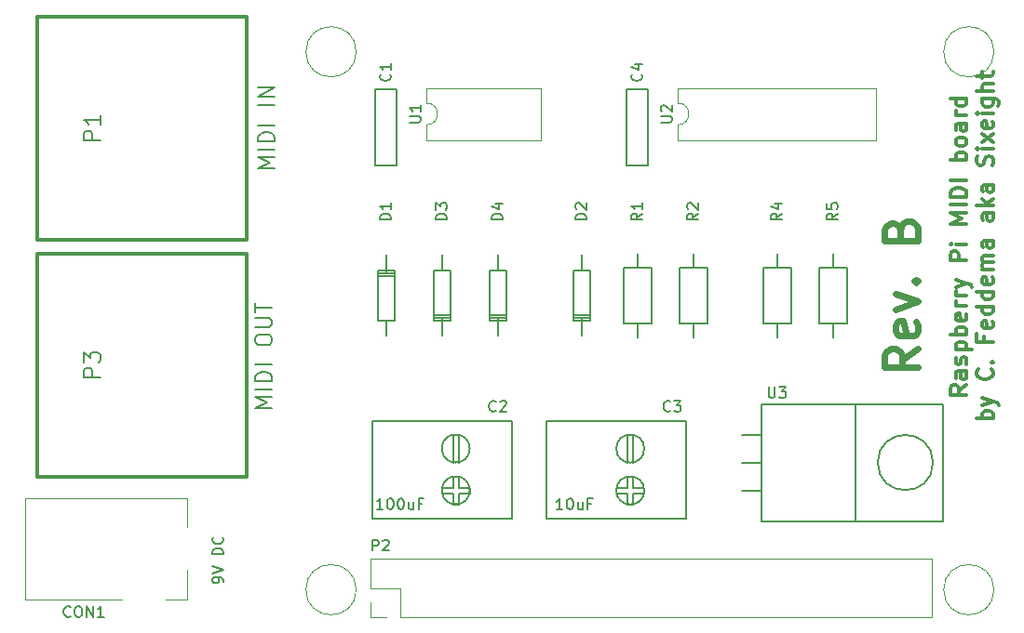
<source format=gto>
G04 #@! TF.FileFunction,Legend,Top*
%FSLAX46Y46*%
G04 Gerber Fmt 4.6, Leading zero omitted, Abs format (unit mm)*
G04 Created by KiCad (PCBNEW 4.0.2-stable) date maandag 04 september 2017 19:35:40*
%MOMM*%
G01*
G04 APERTURE LIST*
%ADD10C,0.100000*%
%ADD11C,0.300000*%
%ADD12C,0.600000*%
%ADD13C,0.120000*%
%ADD14C,0.150000*%
G04 APERTURE END LIST*
D10*
D11*
X158863571Y-131387857D02*
X158149286Y-131887857D01*
X158863571Y-132245000D02*
X157363571Y-132245000D01*
X157363571Y-131673572D01*
X157435000Y-131530714D01*
X157506429Y-131459286D01*
X157649286Y-131387857D01*
X157863571Y-131387857D01*
X158006429Y-131459286D01*
X158077857Y-131530714D01*
X158149286Y-131673572D01*
X158149286Y-132245000D01*
X158863571Y-130102143D02*
X158077857Y-130102143D01*
X157935000Y-130173572D01*
X157863571Y-130316429D01*
X157863571Y-130602143D01*
X157935000Y-130745000D01*
X158792143Y-130102143D02*
X158863571Y-130245000D01*
X158863571Y-130602143D01*
X158792143Y-130745000D01*
X158649286Y-130816429D01*
X158506429Y-130816429D01*
X158363571Y-130745000D01*
X158292143Y-130602143D01*
X158292143Y-130245000D01*
X158220714Y-130102143D01*
X158792143Y-129459286D02*
X158863571Y-129316429D01*
X158863571Y-129030714D01*
X158792143Y-128887857D01*
X158649286Y-128816429D01*
X158577857Y-128816429D01*
X158435000Y-128887857D01*
X158363571Y-129030714D01*
X158363571Y-129245000D01*
X158292143Y-129387857D01*
X158149286Y-129459286D01*
X158077857Y-129459286D01*
X157935000Y-129387857D01*
X157863571Y-129245000D01*
X157863571Y-129030714D01*
X157935000Y-128887857D01*
X157863571Y-128173571D02*
X159363571Y-128173571D01*
X157935000Y-128173571D02*
X157863571Y-128030714D01*
X157863571Y-127745000D01*
X157935000Y-127602143D01*
X158006429Y-127530714D01*
X158149286Y-127459285D01*
X158577857Y-127459285D01*
X158720714Y-127530714D01*
X158792143Y-127602143D01*
X158863571Y-127745000D01*
X158863571Y-128030714D01*
X158792143Y-128173571D01*
X158863571Y-126816428D02*
X157363571Y-126816428D01*
X157935000Y-126816428D02*
X157863571Y-126673571D01*
X157863571Y-126387857D01*
X157935000Y-126245000D01*
X158006429Y-126173571D01*
X158149286Y-126102142D01*
X158577857Y-126102142D01*
X158720714Y-126173571D01*
X158792143Y-126245000D01*
X158863571Y-126387857D01*
X158863571Y-126673571D01*
X158792143Y-126816428D01*
X158792143Y-124887857D02*
X158863571Y-125030714D01*
X158863571Y-125316428D01*
X158792143Y-125459285D01*
X158649286Y-125530714D01*
X158077857Y-125530714D01*
X157935000Y-125459285D01*
X157863571Y-125316428D01*
X157863571Y-125030714D01*
X157935000Y-124887857D01*
X158077857Y-124816428D01*
X158220714Y-124816428D01*
X158363571Y-125530714D01*
X158863571Y-124173571D02*
X157863571Y-124173571D01*
X158149286Y-124173571D02*
X158006429Y-124102143D01*
X157935000Y-124030714D01*
X157863571Y-123887857D01*
X157863571Y-123745000D01*
X158863571Y-123245000D02*
X157863571Y-123245000D01*
X158149286Y-123245000D02*
X158006429Y-123173572D01*
X157935000Y-123102143D01*
X157863571Y-122959286D01*
X157863571Y-122816429D01*
X157863571Y-122459286D02*
X158863571Y-122102143D01*
X157863571Y-121745001D02*
X158863571Y-122102143D01*
X159220714Y-122245001D01*
X159292143Y-122316429D01*
X159363571Y-122459286D01*
X158863571Y-120030715D02*
X157363571Y-120030715D01*
X157363571Y-119459287D01*
X157435000Y-119316429D01*
X157506429Y-119245001D01*
X157649286Y-119173572D01*
X157863571Y-119173572D01*
X158006429Y-119245001D01*
X158077857Y-119316429D01*
X158149286Y-119459287D01*
X158149286Y-120030715D01*
X158863571Y-118530715D02*
X157863571Y-118530715D01*
X157363571Y-118530715D02*
X157435000Y-118602144D01*
X157506429Y-118530715D01*
X157435000Y-118459287D01*
X157363571Y-118530715D01*
X157506429Y-118530715D01*
X158863571Y-116673572D02*
X157363571Y-116673572D01*
X158435000Y-116173572D01*
X157363571Y-115673572D01*
X158863571Y-115673572D01*
X158863571Y-114959286D02*
X157363571Y-114959286D01*
X158863571Y-114245000D02*
X157363571Y-114245000D01*
X157363571Y-113887857D01*
X157435000Y-113673572D01*
X157577857Y-113530714D01*
X157720714Y-113459286D01*
X158006429Y-113387857D01*
X158220714Y-113387857D01*
X158506429Y-113459286D01*
X158649286Y-113530714D01*
X158792143Y-113673572D01*
X158863571Y-113887857D01*
X158863571Y-114245000D01*
X158863571Y-112745000D02*
X157363571Y-112745000D01*
X158863571Y-110887857D02*
X157363571Y-110887857D01*
X157935000Y-110887857D02*
X157863571Y-110745000D01*
X157863571Y-110459286D01*
X157935000Y-110316429D01*
X158006429Y-110245000D01*
X158149286Y-110173571D01*
X158577857Y-110173571D01*
X158720714Y-110245000D01*
X158792143Y-110316429D01*
X158863571Y-110459286D01*
X158863571Y-110745000D01*
X158792143Y-110887857D01*
X158863571Y-109316428D02*
X158792143Y-109459286D01*
X158720714Y-109530714D01*
X158577857Y-109602143D01*
X158149286Y-109602143D01*
X158006429Y-109530714D01*
X157935000Y-109459286D01*
X157863571Y-109316428D01*
X157863571Y-109102143D01*
X157935000Y-108959286D01*
X158006429Y-108887857D01*
X158149286Y-108816428D01*
X158577857Y-108816428D01*
X158720714Y-108887857D01*
X158792143Y-108959286D01*
X158863571Y-109102143D01*
X158863571Y-109316428D01*
X158863571Y-107530714D02*
X158077857Y-107530714D01*
X157935000Y-107602143D01*
X157863571Y-107745000D01*
X157863571Y-108030714D01*
X157935000Y-108173571D01*
X158792143Y-107530714D02*
X158863571Y-107673571D01*
X158863571Y-108030714D01*
X158792143Y-108173571D01*
X158649286Y-108245000D01*
X158506429Y-108245000D01*
X158363571Y-108173571D01*
X158292143Y-108030714D01*
X158292143Y-107673571D01*
X158220714Y-107530714D01*
X158863571Y-106816428D02*
X157863571Y-106816428D01*
X158149286Y-106816428D02*
X158006429Y-106745000D01*
X157935000Y-106673571D01*
X157863571Y-106530714D01*
X157863571Y-106387857D01*
X158863571Y-105245000D02*
X157363571Y-105245000D01*
X158792143Y-105245000D02*
X158863571Y-105387857D01*
X158863571Y-105673571D01*
X158792143Y-105816429D01*
X158720714Y-105887857D01*
X158577857Y-105959286D01*
X158149286Y-105959286D01*
X158006429Y-105887857D01*
X157935000Y-105816429D01*
X157863571Y-105673571D01*
X157863571Y-105387857D01*
X157935000Y-105245000D01*
X161263571Y-134423571D02*
X159763571Y-134423571D01*
X160335000Y-134423571D02*
X160263571Y-134280714D01*
X160263571Y-133995000D01*
X160335000Y-133852143D01*
X160406429Y-133780714D01*
X160549286Y-133709285D01*
X160977857Y-133709285D01*
X161120714Y-133780714D01*
X161192143Y-133852143D01*
X161263571Y-133995000D01*
X161263571Y-134280714D01*
X161192143Y-134423571D01*
X160263571Y-133209285D02*
X161263571Y-132852142D01*
X160263571Y-132495000D02*
X161263571Y-132852142D01*
X161620714Y-132995000D01*
X161692143Y-133066428D01*
X161763571Y-133209285D01*
X161120714Y-129923571D02*
X161192143Y-129995000D01*
X161263571Y-130209286D01*
X161263571Y-130352143D01*
X161192143Y-130566428D01*
X161049286Y-130709286D01*
X160906429Y-130780714D01*
X160620714Y-130852143D01*
X160406429Y-130852143D01*
X160120714Y-130780714D01*
X159977857Y-130709286D01*
X159835000Y-130566428D01*
X159763571Y-130352143D01*
X159763571Y-130209286D01*
X159835000Y-129995000D01*
X159906429Y-129923571D01*
X161120714Y-129280714D02*
X161192143Y-129209286D01*
X161263571Y-129280714D01*
X161192143Y-129352143D01*
X161120714Y-129280714D01*
X161263571Y-129280714D01*
X160477857Y-126923571D02*
X160477857Y-127423571D01*
X161263571Y-127423571D02*
X159763571Y-127423571D01*
X159763571Y-126709285D01*
X161192143Y-125566429D02*
X161263571Y-125709286D01*
X161263571Y-125995000D01*
X161192143Y-126137857D01*
X161049286Y-126209286D01*
X160477857Y-126209286D01*
X160335000Y-126137857D01*
X160263571Y-125995000D01*
X160263571Y-125709286D01*
X160335000Y-125566429D01*
X160477857Y-125495000D01*
X160620714Y-125495000D01*
X160763571Y-126209286D01*
X161263571Y-124209286D02*
X159763571Y-124209286D01*
X161192143Y-124209286D02*
X161263571Y-124352143D01*
X161263571Y-124637857D01*
X161192143Y-124780715D01*
X161120714Y-124852143D01*
X160977857Y-124923572D01*
X160549286Y-124923572D01*
X160406429Y-124852143D01*
X160335000Y-124780715D01*
X160263571Y-124637857D01*
X160263571Y-124352143D01*
X160335000Y-124209286D01*
X161263571Y-122852143D02*
X159763571Y-122852143D01*
X161192143Y-122852143D02*
X161263571Y-122995000D01*
X161263571Y-123280714D01*
X161192143Y-123423572D01*
X161120714Y-123495000D01*
X160977857Y-123566429D01*
X160549286Y-123566429D01*
X160406429Y-123495000D01*
X160335000Y-123423572D01*
X160263571Y-123280714D01*
X160263571Y-122995000D01*
X160335000Y-122852143D01*
X161192143Y-121566429D02*
X161263571Y-121709286D01*
X161263571Y-121995000D01*
X161192143Y-122137857D01*
X161049286Y-122209286D01*
X160477857Y-122209286D01*
X160335000Y-122137857D01*
X160263571Y-121995000D01*
X160263571Y-121709286D01*
X160335000Y-121566429D01*
X160477857Y-121495000D01*
X160620714Y-121495000D01*
X160763571Y-122209286D01*
X161263571Y-120852143D02*
X160263571Y-120852143D01*
X160406429Y-120852143D02*
X160335000Y-120780715D01*
X160263571Y-120637857D01*
X160263571Y-120423572D01*
X160335000Y-120280715D01*
X160477857Y-120209286D01*
X161263571Y-120209286D01*
X160477857Y-120209286D02*
X160335000Y-120137857D01*
X160263571Y-119995000D01*
X160263571Y-119780715D01*
X160335000Y-119637857D01*
X160477857Y-119566429D01*
X161263571Y-119566429D01*
X161263571Y-118209286D02*
X160477857Y-118209286D01*
X160335000Y-118280715D01*
X160263571Y-118423572D01*
X160263571Y-118709286D01*
X160335000Y-118852143D01*
X161192143Y-118209286D02*
X161263571Y-118352143D01*
X161263571Y-118709286D01*
X161192143Y-118852143D01*
X161049286Y-118923572D01*
X160906429Y-118923572D01*
X160763571Y-118852143D01*
X160692143Y-118709286D01*
X160692143Y-118352143D01*
X160620714Y-118209286D01*
X161263571Y-115709286D02*
X160477857Y-115709286D01*
X160335000Y-115780715D01*
X160263571Y-115923572D01*
X160263571Y-116209286D01*
X160335000Y-116352143D01*
X161192143Y-115709286D02*
X161263571Y-115852143D01*
X161263571Y-116209286D01*
X161192143Y-116352143D01*
X161049286Y-116423572D01*
X160906429Y-116423572D01*
X160763571Y-116352143D01*
X160692143Y-116209286D01*
X160692143Y-115852143D01*
X160620714Y-115709286D01*
X161263571Y-114995000D02*
X159763571Y-114995000D01*
X160692143Y-114852143D02*
X161263571Y-114423572D01*
X160263571Y-114423572D02*
X160835000Y-114995000D01*
X161263571Y-113137857D02*
X160477857Y-113137857D01*
X160335000Y-113209286D01*
X160263571Y-113352143D01*
X160263571Y-113637857D01*
X160335000Y-113780714D01*
X161192143Y-113137857D02*
X161263571Y-113280714D01*
X161263571Y-113637857D01*
X161192143Y-113780714D01*
X161049286Y-113852143D01*
X160906429Y-113852143D01*
X160763571Y-113780714D01*
X160692143Y-113637857D01*
X160692143Y-113280714D01*
X160620714Y-113137857D01*
X161192143Y-111352143D02*
X161263571Y-111137857D01*
X161263571Y-110780714D01*
X161192143Y-110637857D01*
X161120714Y-110566428D01*
X160977857Y-110495000D01*
X160835000Y-110495000D01*
X160692143Y-110566428D01*
X160620714Y-110637857D01*
X160549286Y-110780714D01*
X160477857Y-111066428D01*
X160406429Y-111209286D01*
X160335000Y-111280714D01*
X160192143Y-111352143D01*
X160049286Y-111352143D01*
X159906429Y-111280714D01*
X159835000Y-111209286D01*
X159763571Y-111066428D01*
X159763571Y-110709286D01*
X159835000Y-110495000D01*
X161263571Y-109852143D02*
X160263571Y-109852143D01*
X159763571Y-109852143D02*
X159835000Y-109923572D01*
X159906429Y-109852143D01*
X159835000Y-109780715D01*
X159763571Y-109852143D01*
X159906429Y-109852143D01*
X161263571Y-109280714D02*
X160263571Y-108495000D01*
X160263571Y-109280714D02*
X161263571Y-108495000D01*
X161192143Y-107352143D02*
X161263571Y-107495000D01*
X161263571Y-107780714D01*
X161192143Y-107923571D01*
X161049286Y-107995000D01*
X160477857Y-107995000D01*
X160335000Y-107923571D01*
X160263571Y-107780714D01*
X160263571Y-107495000D01*
X160335000Y-107352143D01*
X160477857Y-107280714D01*
X160620714Y-107280714D01*
X160763571Y-107995000D01*
X161263571Y-106637857D02*
X160263571Y-106637857D01*
X159763571Y-106637857D02*
X159835000Y-106709286D01*
X159906429Y-106637857D01*
X159835000Y-106566429D01*
X159763571Y-106637857D01*
X159906429Y-106637857D01*
X160263571Y-105280714D02*
X161477857Y-105280714D01*
X161620714Y-105352143D01*
X161692143Y-105423571D01*
X161763571Y-105566428D01*
X161763571Y-105780714D01*
X161692143Y-105923571D01*
X161192143Y-105280714D02*
X161263571Y-105423571D01*
X161263571Y-105709285D01*
X161192143Y-105852143D01*
X161120714Y-105923571D01*
X160977857Y-105995000D01*
X160549286Y-105995000D01*
X160406429Y-105923571D01*
X160335000Y-105852143D01*
X160263571Y-105709285D01*
X160263571Y-105423571D01*
X160335000Y-105280714D01*
X161263571Y-104566428D02*
X159763571Y-104566428D01*
X161263571Y-103923571D02*
X160477857Y-103923571D01*
X160335000Y-103995000D01*
X160263571Y-104137857D01*
X160263571Y-104352142D01*
X160335000Y-104495000D01*
X160406429Y-104566428D01*
X160263571Y-103423571D02*
X160263571Y-102852142D01*
X159763571Y-103209285D02*
X161049286Y-103209285D01*
X161192143Y-103137857D01*
X161263571Y-102994999D01*
X161263571Y-102852142D01*
D12*
X154392143Y-128047143D02*
X152963571Y-129047143D01*
X154392143Y-129761428D02*
X151392143Y-129761428D01*
X151392143Y-128618571D01*
X151535000Y-128332857D01*
X151677857Y-128190000D01*
X151963571Y-128047143D01*
X152392143Y-128047143D01*
X152677857Y-128190000D01*
X152820714Y-128332857D01*
X152963571Y-128618571D01*
X152963571Y-129761428D01*
X154249286Y-125618571D02*
X154392143Y-125904285D01*
X154392143Y-126475714D01*
X154249286Y-126761428D01*
X153963571Y-126904285D01*
X152820714Y-126904285D01*
X152535000Y-126761428D01*
X152392143Y-126475714D01*
X152392143Y-125904285D01*
X152535000Y-125618571D01*
X152820714Y-125475714D01*
X153106429Y-125475714D01*
X153392143Y-126904285D01*
X152392143Y-124475714D02*
X154392143Y-123761428D01*
X152392143Y-123047142D01*
X154106429Y-121904285D02*
X154249286Y-121761428D01*
X154392143Y-121904285D01*
X154249286Y-122047142D01*
X154106429Y-121904285D01*
X154392143Y-121904285D01*
X152820714Y-117190000D02*
X152963571Y-116761429D01*
X153106429Y-116618572D01*
X153392143Y-116475715D01*
X153820714Y-116475715D01*
X154106429Y-116618572D01*
X154249286Y-116761429D01*
X154392143Y-117047143D01*
X154392143Y-118190000D01*
X151392143Y-118190000D01*
X151392143Y-117190000D01*
X151535000Y-116904286D01*
X151677857Y-116761429D01*
X151963571Y-116618572D01*
X152249286Y-116618572D01*
X152535000Y-116761429D01*
X152677857Y-116904286D01*
X152820714Y-117190000D01*
X152820714Y-118190000D01*
D13*
X103341000Y-101010000D02*
G75*
G03X103341000Y-101010000I-2286000J0D01*
G01*
X161341000Y-101010000D02*
G75*
G03X161341000Y-101010000I-2286000J0D01*
G01*
X161341000Y-150010000D02*
G75*
G03X161341000Y-150010000I-2286000J0D01*
G01*
X103341000Y-150010000D02*
G75*
G03X103341000Y-150010000I-2286000J0D01*
G01*
X82026000Y-150904000D02*
X73226000Y-150904000D01*
X73226000Y-150904000D02*
X73226000Y-141704000D01*
X87926000Y-148204000D02*
X87926000Y-150904000D01*
X87926000Y-150904000D02*
X86026000Y-150904000D01*
X73226000Y-141704000D02*
X87926000Y-141704000D01*
X87926000Y-141704000D02*
X87926000Y-144304000D01*
D11*
X93345000Y-97790000D02*
X93345000Y-118110000D01*
X93345000Y-97790000D02*
X74295000Y-97790000D01*
X74295000Y-118110000D02*
X93345000Y-118110000D01*
X88265000Y-118110000D02*
X74295000Y-118110000D01*
X74295000Y-97790000D02*
X74295000Y-118110000D01*
X93345000Y-119380000D02*
X93345000Y-139700000D01*
X93345000Y-119380000D02*
X74295000Y-119380000D01*
X74295000Y-139700000D02*
X93345000Y-139700000D01*
X88265000Y-139700000D02*
X74295000Y-139700000D01*
X74295000Y-119380000D02*
X74295000Y-139700000D01*
D13*
X107315000Y-152520000D02*
X155695000Y-152520000D01*
X155695000Y-152520000D02*
X155695000Y-147200000D01*
X155695000Y-147200000D02*
X104655000Y-147200000D01*
X104655000Y-147200000D02*
X104655000Y-149860000D01*
X104655000Y-149860000D02*
X107315000Y-149860000D01*
X107315000Y-149860000D02*
X107315000Y-152520000D01*
X106045000Y-152520000D02*
X104655000Y-152520000D01*
X104655000Y-152520000D02*
X104655000Y-151130000D01*
D14*
X107045000Y-104410000D02*
X107045000Y-111410000D01*
X107045000Y-111410000D02*
X105045000Y-111410000D01*
X105045000Y-111410000D02*
X105045000Y-104410000D01*
X105045000Y-104410000D02*
X107045000Y-104410000D01*
X129905000Y-104410000D02*
X129905000Y-111410000D01*
X129905000Y-111410000D02*
X127905000Y-111410000D01*
X127905000Y-111410000D02*
X127905000Y-104410000D01*
X127905000Y-104410000D02*
X129905000Y-104410000D01*
X123832460Y-120903480D02*
X123832460Y-119506480D01*
X123832460Y-125348480D02*
X123832460Y-126872480D01*
X123070460Y-124967480D02*
X124594460Y-124967480D01*
X123070460Y-125221480D02*
X124594460Y-125221480D01*
X123832460Y-125475480D02*
X124594460Y-125475480D01*
X124594460Y-125475480D02*
X124594460Y-120903480D01*
X124594460Y-120903480D02*
X123070460Y-120903480D01*
X123070460Y-120903480D02*
X123070460Y-125475480D01*
X123070460Y-125475480D02*
X123832460Y-125475480D01*
X116205000Y-120904000D02*
X116205000Y-119507000D01*
X116205000Y-125349000D02*
X116205000Y-126873000D01*
X115443000Y-124968000D02*
X116967000Y-124968000D01*
X115443000Y-125222000D02*
X116967000Y-125222000D01*
X116205000Y-125476000D02*
X116967000Y-125476000D01*
X116967000Y-125476000D02*
X116967000Y-120904000D01*
X116967000Y-120904000D02*
X115443000Y-120904000D01*
X115443000Y-120904000D02*
X115443000Y-125476000D01*
X115443000Y-125476000D02*
X116205000Y-125476000D01*
X127645000Y-125730000D02*
X127645000Y-120650000D01*
X127645000Y-120650000D02*
X130185000Y-120650000D01*
X130185000Y-120650000D02*
X130185000Y-125730000D01*
X130185000Y-125730000D02*
X127645000Y-125730000D01*
X128915000Y-125730000D02*
X128915000Y-127000000D01*
X128915000Y-120650000D02*
X128915000Y-119380000D01*
X132725000Y-125730000D02*
X132725000Y-120650000D01*
X132725000Y-120650000D02*
X135265000Y-120650000D01*
X135265000Y-120650000D02*
X135265000Y-125730000D01*
X135265000Y-125730000D02*
X132725000Y-125730000D01*
X133995000Y-125730000D02*
X133995000Y-127000000D01*
X133995000Y-120650000D02*
X133995000Y-119380000D01*
X140335000Y-125730000D02*
X140335000Y-120650000D01*
X140335000Y-120650000D02*
X142875000Y-120650000D01*
X142875000Y-120650000D02*
X142875000Y-125730000D01*
X142875000Y-125730000D02*
X140335000Y-125730000D01*
X141605000Y-125730000D02*
X141605000Y-127000000D01*
X141605000Y-120650000D02*
X141605000Y-119380000D01*
X147955000Y-120650000D02*
X147955000Y-125730000D01*
X147955000Y-125730000D02*
X145415000Y-125730000D01*
X145415000Y-125730000D02*
X145415000Y-120650000D01*
X145415000Y-120650000D02*
X147955000Y-120650000D01*
X146685000Y-120650000D02*
X146685000Y-119380000D01*
X146685000Y-125730000D02*
X146685000Y-127000000D01*
D13*
X109735000Y-105680000D02*
G75*
G02X109735000Y-107680000I0J-1000000D01*
G01*
X109735000Y-107680000D02*
X109735000Y-109050000D01*
X109735000Y-109050000D02*
X120135000Y-109050000D01*
X120135000Y-109050000D02*
X120135000Y-104310000D01*
X120135000Y-104310000D02*
X109735000Y-104310000D01*
X109735000Y-104310000D02*
X109735000Y-105680000D01*
X132595000Y-105680000D02*
G75*
G02X132595000Y-107680000I0J-1000000D01*
G01*
X132595000Y-107680000D02*
X132595000Y-109050000D01*
X132595000Y-109050000D02*
X150615000Y-109050000D01*
X150615000Y-109050000D02*
X150615000Y-104310000D01*
X150615000Y-104310000D02*
X132595000Y-104310000D01*
X132595000Y-104310000D02*
X132595000Y-105680000D01*
D14*
X155803472Y-138430000D02*
G75*
G03X155803472Y-138430000I-2514472J0D01*
G01*
X140208000Y-135890000D02*
X138430000Y-135890000D01*
X140208000Y-138430000D02*
X138430000Y-138430000D01*
X140208000Y-140970000D02*
X138430000Y-140970000D01*
X148717000Y-143764000D02*
X156718000Y-143764000D01*
X156718000Y-143764000D02*
X156718000Y-133096000D01*
X156718000Y-133096000D02*
X148717000Y-133096000D01*
X140208000Y-143764000D02*
X148717000Y-143764000D01*
X148717000Y-143764000D02*
X148717000Y-133096000D01*
X148717000Y-133096000D02*
X140208000Y-133096000D01*
X140208000Y-138430000D02*
X140208000Y-133096000D01*
X140208000Y-138430000D02*
X140208000Y-143764000D01*
X106047540Y-125476520D02*
X106047540Y-126873520D01*
X106047540Y-121031520D02*
X106047540Y-119507520D01*
X106809540Y-121412520D02*
X105285540Y-121412520D01*
X106809540Y-121158520D02*
X105285540Y-121158520D01*
X106047540Y-120904520D02*
X105285540Y-120904520D01*
X105285540Y-120904520D02*
X105285540Y-125476520D01*
X105285540Y-125476520D02*
X106809540Y-125476520D01*
X106809540Y-125476520D02*
X106809540Y-120904520D01*
X106809540Y-120904520D02*
X106047540Y-120904520D01*
X111122460Y-120903480D02*
X111122460Y-119506480D01*
X111122460Y-125348480D02*
X111122460Y-126872480D01*
X110360460Y-124967480D02*
X111884460Y-124967480D01*
X110360460Y-125221480D02*
X111884460Y-125221480D01*
X111122460Y-125475480D02*
X111884460Y-125475480D01*
X111884460Y-125475480D02*
X111884460Y-120903480D01*
X111884460Y-120903480D02*
X110360460Y-120903480D01*
X110360460Y-120903480D02*
X110360460Y-125475480D01*
X110360460Y-125475480D02*
X111122460Y-125475480D01*
X112649000Y-138420000D02*
X112649000Y-135880000D01*
X112141000Y-138420000D02*
X112141000Y-135880000D01*
X112141000Y-140706000D02*
X111125000Y-140706000D01*
X112141000Y-139690000D02*
X112141000Y-140706000D01*
X112649000Y-139690000D02*
X112141000Y-139690000D01*
X112649000Y-140706000D02*
X112649000Y-139690000D01*
X113665000Y-140706000D02*
X112649000Y-140706000D01*
X113665000Y-140833000D02*
X113665000Y-140706000D01*
X113665000Y-141214000D02*
X113665000Y-140833000D01*
X112649000Y-141214000D02*
X113665000Y-141214000D01*
X112649000Y-142230000D02*
X112649000Y-141214000D01*
X112141000Y-142230000D02*
X112649000Y-142230000D01*
X112141000Y-141214000D02*
X112141000Y-142230000D01*
X111125000Y-141214000D02*
X112141000Y-141214000D01*
X113665000Y-137150000D02*
G75*
G03X113665000Y-137150000I-1270000J0D01*
G01*
X113665000Y-140960000D02*
G75*
G03X113665000Y-140960000I-1270000J0D01*
G01*
X104775000Y-143500000D02*
X117475000Y-143500000D01*
X104775000Y-134610000D02*
X104775000Y-143500000D01*
X117475000Y-134610000D02*
X104775000Y-134610000D01*
X117475000Y-143500000D02*
X117475000Y-134610000D01*
X128524000Y-138430000D02*
X128524000Y-135890000D01*
X128016000Y-138430000D02*
X128016000Y-135890000D01*
X128016000Y-140716000D02*
X127000000Y-140716000D01*
X128016000Y-139700000D02*
X128016000Y-140716000D01*
X128524000Y-139700000D02*
X128016000Y-139700000D01*
X128524000Y-140716000D02*
X128524000Y-139700000D01*
X129540000Y-140716000D02*
X128524000Y-140716000D01*
X129540000Y-140843000D02*
X129540000Y-140716000D01*
X129540000Y-141224000D02*
X129540000Y-140843000D01*
X128524000Y-141224000D02*
X129540000Y-141224000D01*
X128524000Y-142240000D02*
X128524000Y-141224000D01*
X128016000Y-142240000D02*
X128524000Y-142240000D01*
X128016000Y-141224000D02*
X128016000Y-142240000D01*
X127000000Y-141224000D02*
X128016000Y-141224000D01*
X129540000Y-137160000D02*
G75*
G03X129540000Y-137160000I-1270000J0D01*
G01*
X129540000Y-140970000D02*
G75*
G03X129540000Y-140970000I-1270000J0D01*
G01*
X120650000Y-143510000D02*
X133350000Y-143510000D01*
X120650000Y-134620000D02*
X120650000Y-143510000D01*
X133350000Y-134620000D02*
X120650000Y-134620000D01*
X133350000Y-143510000D02*
X133350000Y-134620000D01*
X77361715Y-152411143D02*
X77314096Y-152458762D01*
X77171239Y-152506381D01*
X77076001Y-152506381D01*
X76933143Y-152458762D01*
X76837905Y-152363524D01*
X76790286Y-152268286D01*
X76742667Y-152077810D01*
X76742667Y-151934952D01*
X76790286Y-151744476D01*
X76837905Y-151649238D01*
X76933143Y-151554000D01*
X77076001Y-151506381D01*
X77171239Y-151506381D01*
X77314096Y-151554000D01*
X77361715Y-151601619D01*
X77980762Y-151506381D02*
X78171239Y-151506381D01*
X78266477Y-151554000D01*
X78361715Y-151649238D01*
X78409334Y-151839714D01*
X78409334Y-152173048D01*
X78361715Y-152363524D01*
X78266477Y-152458762D01*
X78171239Y-152506381D01*
X77980762Y-152506381D01*
X77885524Y-152458762D01*
X77790286Y-152363524D01*
X77742667Y-152173048D01*
X77742667Y-151839714D01*
X77790286Y-151649238D01*
X77885524Y-151554000D01*
X77980762Y-151506381D01*
X78837905Y-152506381D02*
X78837905Y-151506381D01*
X79409334Y-152506381D01*
X79409334Y-151506381D01*
X80409334Y-152506381D02*
X79837905Y-152506381D01*
X80123619Y-152506381D02*
X80123619Y-151506381D01*
X80028381Y-151649238D01*
X79933143Y-151744476D01*
X79837905Y-151792095D01*
X91257381Y-149320000D02*
X91257381Y-149129524D01*
X91209762Y-149034285D01*
X91162143Y-148986666D01*
X91019286Y-148891428D01*
X90828810Y-148843809D01*
X90447857Y-148843809D01*
X90352619Y-148891428D01*
X90305000Y-148939047D01*
X90257381Y-149034285D01*
X90257381Y-149224762D01*
X90305000Y-149320000D01*
X90352619Y-149367619D01*
X90447857Y-149415238D01*
X90685952Y-149415238D01*
X90781190Y-149367619D01*
X90828810Y-149320000D01*
X90876429Y-149224762D01*
X90876429Y-149034285D01*
X90828810Y-148939047D01*
X90781190Y-148891428D01*
X90685952Y-148843809D01*
X90257381Y-148558095D02*
X91257381Y-148224762D01*
X90257381Y-147891428D01*
X91257381Y-146796190D02*
X90257381Y-146796190D01*
X90257381Y-146558095D01*
X90305000Y-146415237D01*
X90400238Y-146319999D01*
X90495476Y-146272380D01*
X90685952Y-146224761D01*
X90828810Y-146224761D01*
X91019286Y-146272380D01*
X91114524Y-146319999D01*
X91209762Y-146415237D01*
X91257381Y-146558095D01*
X91257381Y-146796190D01*
X91162143Y-145224761D02*
X91209762Y-145272380D01*
X91257381Y-145415237D01*
X91257381Y-145510475D01*
X91209762Y-145653333D01*
X91114524Y-145748571D01*
X91019286Y-145796190D01*
X90828810Y-145843809D01*
X90685952Y-145843809D01*
X90495476Y-145796190D01*
X90400238Y-145748571D01*
X90305000Y-145653333D01*
X90257381Y-145510475D01*
X90257381Y-145415237D01*
X90305000Y-145272380D01*
X90352619Y-145224761D01*
X80053571Y-109057142D02*
X78553571Y-109057142D01*
X78553571Y-108485714D01*
X78625000Y-108342856D01*
X78696429Y-108271428D01*
X78839286Y-108199999D01*
X79053571Y-108199999D01*
X79196429Y-108271428D01*
X79267857Y-108342856D01*
X79339286Y-108485714D01*
X79339286Y-109057142D01*
X80053571Y-106771428D02*
X80053571Y-107628571D01*
X80053571Y-107199999D02*
X78553571Y-107199999D01*
X78767857Y-107342856D01*
X78910714Y-107485714D01*
X78982143Y-107628571D01*
X95928571Y-111628572D02*
X94428571Y-111628572D01*
X95500000Y-111128572D01*
X94428571Y-110628572D01*
X95928571Y-110628572D01*
X95928571Y-109914286D02*
X94428571Y-109914286D01*
X95928571Y-109200000D02*
X94428571Y-109200000D01*
X94428571Y-108842857D01*
X94500000Y-108628572D01*
X94642857Y-108485714D01*
X94785714Y-108414286D01*
X95071429Y-108342857D01*
X95285714Y-108342857D01*
X95571429Y-108414286D01*
X95714286Y-108485714D01*
X95857143Y-108628572D01*
X95928571Y-108842857D01*
X95928571Y-109200000D01*
X95928571Y-107700000D02*
X94428571Y-107700000D01*
X95928571Y-105842857D02*
X94428571Y-105842857D01*
X95928571Y-105128571D02*
X94428571Y-105128571D01*
X95928571Y-104271428D01*
X94428571Y-104271428D01*
X80053571Y-130647142D02*
X78553571Y-130647142D01*
X78553571Y-130075714D01*
X78625000Y-129932856D01*
X78696429Y-129861428D01*
X78839286Y-129789999D01*
X79053571Y-129789999D01*
X79196429Y-129861428D01*
X79267857Y-129932856D01*
X79339286Y-130075714D01*
X79339286Y-130647142D01*
X78553571Y-129289999D02*
X78553571Y-128361428D01*
X79125000Y-128861428D01*
X79125000Y-128647142D01*
X79196429Y-128504285D01*
X79267857Y-128432856D01*
X79410714Y-128361428D01*
X79767857Y-128361428D01*
X79910714Y-128432856D01*
X79982143Y-128504285D01*
X80053571Y-128647142D01*
X80053571Y-129075714D01*
X79982143Y-129218571D01*
X79910714Y-129289999D01*
X95674571Y-133456572D02*
X94174571Y-133456572D01*
X95246000Y-132956572D01*
X94174571Y-132456572D01*
X95674571Y-132456572D01*
X95674571Y-131742286D02*
X94174571Y-131742286D01*
X95674571Y-131028000D02*
X94174571Y-131028000D01*
X94174571Y-130670857D01*
X94246000Y-130456572D01*
X94388857Y-130313714D01*
X94531714Y-130242286D01*
X94817429Y-130170857D01*
X95031714Y-130170857D01*
X95317429Y-130242286D01*
X95460286Y-130313714D01*
X95603143Y-130456572D01*
X95674571Y-130670857D01*
X95674571Y-131028000D01*
X95674571Y-129528000D02*
X94174571Y-129528000D01*
X94174571Y-127385143D02*
X94174571Y-127099429D01*
X94246000Y-126956571D01*
X94388857Y-126813714D01*
X94674571Y-126742286D01*
X95174571Y-126742286D01*
X95460286Y-126813714D01*
X95603143Y-126956571D01*
X95674571Y-127099429D01*
X95674571Y-127385143D01*
X95603143Y-127528000D01*
X95460286Y-127670857D01*
X95174571Y-127742286D01*
X94674571Y-127742286D01*
X94388857Y-127670857D01*
X94246000Y-127528000D01*
X94174571Y-127385143D01*
X94174571Y-126099428D02*
X95388857Y-126099428D01*
X95531714Y-126028000D01*
X95603143Y-125956571D01*
X95674571Y-125813714D01*
X95674571Y-125528000D01*
X95603143Y-125385142D01*
X95531714Y-125313714D01*
X95388857Y-125242285D01*
X94174571Y-125242285D01*
X94174571Y-124742285D02*
X94174571Y-123885142D01*
X95674571Y-124313713D02*
X94174571Y-124313713D01*
X104816905Y-146462381D02*
X104816905Y-145462381D01*
X105197858Y-145462381D01*
X105293096Y-145510000D01*
X105340715Y-145557619D01*
X105388334Y-145652857D01*
X105388334Y-145795714D01*
X105340715Y-145890952D01*
X105293096Y-145938571D01*
X105197858Y-145986190D01*
X104816905Y-145986190D01*
X105769286Y-145557619D02*
X105816905Y-145510000D01*
X105912143Y-145462381D01*
X106150239Y-145462381D01*
X106245477Y-145510000D01*
X106293096Y-145557619D01*
X106340715Y-145652857D01*
X106340715Y-145748095D01*
X106293096Y-145890952D01*
X105721667Y-146462381D01*
X106340715Y-146462381D01*
X106402143Y-103036666D02*
X106449762Y-103084285D01*
X106497381Y-103227142D01*
X106497381Y-103322380D01*
X106449762Y-103465238D01*
X106354524Y-103560476D01*
X106259286Y-103608095D01*
X106068810Y-103655714D01*
X105925952Y-103655714D01*
X105735476Y-103608095D01*
X105640238Y-103560476D01*
X105545000Y-103465238D01*
X105497381Y-103322380D01*
X105497381Y-103227142D01*
X105545000Y-103084285D01*
X105592619Y-103036666D01*
X106497381Y-102084285D02*
X106497381Y-102655714D01*
X106497381Y-102370000D02*
X105497381Y-102370000D01*
X105640238Y-102465238D01*
X105735476Y-102560476D01*
X105783095Y-102655714D01*
X129262143Y-103036666D02*
X129309762Y-103084285D01*
X129357381Y-103227142D01*
X129357381Y-103322380D01*
X129309762Y-103465238D01*
X129214524Y-103560476D01*
X129119286Y-103608095D01*
X128928810Y-103655714D01*
X128785952Y-103655714D01*
X128595476Y-103608095D01*
X128500238Y-103560476D01*
X128405000Y-103465238D01*
X128357381Y-103322380D01*
X128357381Y-103227142D01*
X128405000Y-103084285D01*
X128452619Y-103036666D01*
X128690714Y-102179523D02*
X129357381Y-102179523D01*
X128309762Y-102417619D02*
X129024048Y-102655714D01*
X129024048Y-102036666D01*
X124284841Y-116308095D02*
X123284841Y-116308095D01*
X123284841Y-116070000D01*
X123332460Y-115927142D01*
X123427698Y-115831904D01*
X123522936Y-115784285D01*
X123713412Y-115736666D01*
X123856270Y-115736666D01*
X124046746Y-115784285D01*
X124141984Y-115831904D01*
X124237222Y-115927142D01*
X124284841Y-116070000D01*
X124284841Y-116308095D01*
X123380079Y-115355714D02*
X123332460Y-115308095D01*
X123284841Y-115212857D01*
X123284841Y-114974761D01*
X123332460Y-114879523D01*
X123380079Y-114831904D01*
X123475317Y-114784285D01*
X123570555Y-114784285D01*
X123713412Y-114831904D01*
X124284841Y-115403333D01*
X124284841Y-114784285D01*
X116657381Y-116308095D02*
X115657381Y-116308095D01*
X115657381Y-116070000D01*
X115705000Y-115927142D01*
X115800238Y-115831904D01*
X115895476Y-115784285D01*
X116085952Y-115736666D01*
X116228810Y-115736666D01*
X116419286Y-115784285D01*
X116514524Y-115831904D01*
X116609762Y-115927142D01*
X116657381Y-116070000D01*
X116657381Y-116308095D01*
X115990714Y-114879523D02*
X116657381Y-114879523D01*
X115609762Y-115117619D02*
X116324048Y-115355714D01*
X116324048Y-114736666D01*
X129367381Y-115736666D02*
X128891190Y-116070000D01*
X129367381Y-116308095D02*
X128367381Y-116308095D01*
X128367381Y-115927142D01*
X128415000Y-115831904D01*
X128462619Y-115784285D01*
X128557857Y-115736666D01*
X128700714Y-115736666D01*
X128795952Y-115784285D01*
X128843571Y-115831904D01*
X128891190Y-115927142D01*
X128891190Y-116308095D01*
X129367381Y-114784285D02*
X129367381Y-115355714D01*
X129367381Y-115070000D02*
X128367381Y-115070000D01*
X128510238Y-115165238D01*
X128605476Y-115260476D01*
X128653095Y-115355714D01*
X134447381Y-115736666D02*
X133971190Y-116070000D01*
X134447381Y-116308095D02*
X133447381Y-116308095D01*
X133447381Y-115927142D01*
X133495000Y-115831904D01*
X133542619Y-115784285D01*
X133637857Y-115736666D01*
X133780714Y-115736666D01*
X133875952Y-115784285D01*
X133923571Y-115831904D01*
X133971190Y-115927142D01*
X133971190Y-116308095D01*
X133542619Y-115355714D02*
X133495000Y-115308095D01*
X133447381Y-115212857D01*
X133447381Y-114974761D01*
X133495000Y-114879523D01*
X133542619Y-114831904D01*
X133637857Y-114784285D01*
X133733095Y-114784285D01*
X133875952Y-114831904D01*
X134447381Y-115403333D01*
X134447381Y-114784285D01*
X142057381Y-115736666D02*
X141581190Y-116070000D01*
X142057381Y-116308095D02*
X141057381Y-116308095D01*
X141057381Y-115927142D01*
X141105000Y-115831904D01*
X141152619Y-115784285D01*
X141247857Y-115736666D01*
X141390714Y-115736666D01*
X141485952Y-115784285D01*
X141533571Y-115831904D01*
X141581190Y-115927142D01*
X141581190Y-116308095D01*
X141390714Y-114879523D02*
X142057381Y-114879523D01*
X141009762Y-115117619D02*
X141724048Y-115355714D01*
X141724048Y-114736666D01*
X147137381Y-115736666D02*
X146661190Y-116070000D01*
X147137381Y-116308095D02*
X146137381Y-116308095D01*
X146137381Y-115927142D01*
X146185000Y-115831904D01*
X146232619Y-115784285D01*
X146327857Y-115736666D01*
X146470714Y-115736666D01*
X146565952Y-115784285D01*
X146613571Y-115831904D01*
X146661190Y-115927142D01*
X146661190Y-116308095D01*
X146137381Y-114831904D02*
X146137381Y-115308095D01*
X146613571Y-115355714D01*
X146565952Y-115308095D01*
X146518333Y-115212857D01*
X146518333Y-114974761D01*
X146565952Y-114879523D01*
X146613571Y-114831904D01*
X146708810Y-114784285D01*
X146946905Y-114784285D01*
X147042143Y-114831904D01*
X147089762Y-114879523D01*
X147137381Y-114974761D01*
X147137381Y-115212857D01*
X147089762Y-115308095D01*
X147042143Y-115355714D01*
X108187381Y-107441905D02*
X108996905Y-107441905D01*
X109092143Y-107394286D01*
X109139762Y-107346667D01*
X109187381Y-107251429D01*
X109187381Y-107060952D01*
X109139762Y-106965714D01*
X109092143Y-106918095D01*
X108996905Y-106870476D01*
X108187381Y-106870476D01*
X109187381Y-105870476D02*
X109187381Y-106441905D01*
X109187381Y-106156191D02*
X108187381Y-106156191D01*
X108330238Y-106251429D01*
X108425476Y-106346667D01*
X108473095Y-106441905D01*
X131047381Y-107441905D02*
X131856905Y-107441905D01*
X131952143Y-107394286D01*
X131999762Y-107346667D01*
X132047381Y-107251429D01*
X132047381Y-107060952D01*
X131999762Y-106965714D01*
X131952143Y-106918095D01*
X131856905Y-106870476D01*
X131047381Y-106870476D01*
X131142619Y-106441905D02*
X131095000Y-106394286D01*
X131047381Y-106299048D01*
X131047381Y-106060952D01*
X131095000Y-105965714D01*
X131142619Y-105918095D01*
X131237857Y-105870476D01*
X131333095Y-105870476D01*
X131475952Y-105918095D01*
X132047381Y-106489524D01*
X132047381Y-105870476D01*
X140843095Y-131532381D02*
X140843095Y-132341905D01*
X140890714Y-132437143D01*
X140938333Y-132484762D01*
X141033571Y-132532381D01*
X141224048Y-132532381D01*
X141319286Y-132484762D01*
X141366905Y-132437143D01*
X141414524Y-132341905D01*
X141414524Y-131532381D01*
X141795476Y-131532381D02*
X142414524Y-131532381D01*
X142081190Y-131913333D01*
X142224048Y-131913333D01*
X142319286Y-131960952D01*
X142366905Y-132008571D01*
X142414524Y-132103810D01*
X142414524Y-132341905D01*
X142366905Y-132437143D01*
X142319286Y-132484762D01*
X142224048Y-132532381D01*
X141938333Y-132532381D01*
X141843095Y-132484762D01*
X141795476Y-132437143D01*
X106497381Y-116308095D02*
X105497381Y-116308095D01*
X105497381Y-116070000D01*
X105545000Y-115927142D01*
X105640238Y-115831904D01*
X105735476Y-115784285D01*
X105925952Y-115736666D01*
X106068810Y-115736666D01*
X106259286Y-115784285D01*
X106354524Y-115831904D01*
X106449762Y-115927142D01*
X106497381Y-116070000D01*
X106497381Y-116308095D01*
X106497381Y-114784285D02*
X106497381Y-115355714D01*
X106497381Y-115070000D02*
X105497381Y-115070000D01*
X105640238Y-115165238D01*
X105735476Y-115260476D01*
X105783095Y-115355714D01*
X111577381Y-116308095D02*
X110577381Y-116308095D01*
X110577381Y-116070000D01*
X110625000Y-115927142D01*
X110720238Y-115831904D01*
X110815476Y-115784285D01*
X111005952Y-115736666D01*
X111148810Y-115736666D01*
X111339286Y-115784285D01*
X111434524Y-115831904D01*
X111529762Y-115927142D01*
X111577381Y-116070000D01*
X111577381Y-116308095D01*
X110577381Y-115403333D02*
X110577381Y-114784285D01*
X110958333Y-115117619D01*
X110958333Y-114974761D01*
X111005952Y-114879523D01*
X111053571Y-114831904D01*
X111148810Y-114784285D01*
X111386905Y-114784285D01*
X111482143Y-114831904D01*
X111529762Y-114879523D01*
X111577381Y-114974761D01*
X111577381Y-115260476D01*
X111529762Y-115355714D01*
X111482143Y-115403333D01*
X116038334Y-133697143D02*
X115990715Y-133744762D01*
X115847858Y-133792381D01*
X115752620Y-133792381D01*
X115609762Y-133744762D01*
X115514524Y-133649524D01*
X115466905Y-133554286D01*
X115419286Y-133363810D01*
X115419286Y-133220952D01*
X115466905Y-133030476D01*
X115514524Y-132935238D01*
X115609762Y-132840000D01*
X115752620Y-132792381D01*
X115847858Y-132792381D01*
X115990715Y-132840000D01*
X116038334Y-132887619D01*
X116419286Y-132887619D02*
X116466905Y-132840000D01*
X116562143Y-132792381D01*
X116800239Y-132792381D01*
X116895477Y-132840000D01*
X116943096Y-132887619D01*
X116990715Y-132982857D01*
X116990715Y-133078095D01*
X116943096Y-133220952D01*
X116371667Y-133792381D01*
X116990715Y-133792381D01*
X105767381Y-142682381D02*
X105195952Y-142682381D01*
X105481666Y-142682381D02*
X105481666Y-141682381D01*
X105386428Y-141825238D01*
X105291190Y-141920476D01*
X105195952Y-141968095D01*
X106386428Y-141682381D02*
X106481667Y-141682381D01*
X106576905Y-141730000D01*
X106624524Y-141777619D01*
X106672143Y-141872857D01*
X106719762Y-142063333D01*
X106719762Y-142301429D01*
X106672143Y-142491905D01*
X106624524Y-142587143D01*
X106576905Y-142634762D01*
X106481667Y-142682381D01*
X106386428Y-142682381D01*
X106291190Y-142634762D01*
X106243571Y-142587143D01*
X106195952Y-142491905D01*
X106148333Y-142301429D01*
X106148333Y-142063333D01*
X106195952Y-141872857D01*
X106243571Y-141777619D01*
X106291190Y-141730000D01*
X106386428Y-141682381D01*
X107338809Y-141682381D02*
X107434048Y-141682381D01*
X107529286Y-141730000D01*
X107576905Y-141777619D01*
X107624524Y-141872857D01*
X107672143Y-142063333D01*
X107672143Y-142301429D01*
X107624524Y-142491905D01*
X107576905Y-142587143D01*
X107529286Y-142634762D01*
X107434048Y-142682381D01*
X107338809Y-142682381D01*
X107243571Y-142634762D01*
X107195952Y-142587143D01*
X107148333Y-142491905D01*
X107100714Y-142301429D01*
X107100714Y-142063333D01*
X107148333Y-141872857D01*
X107195952Y-141777619D01*
X107243571Y-141730000D01*
X107338809Y-141682381D01*
X108529286Y-142015714D02*
X108529286Y-142682381D01*
X108100714Y-142015714D02*
X108100714Y-142539524D01*
X108148333Y-142634762D01*
X108243571Y-142682381D01*
X108386429Y-142682381D01*
X108481667Y-142634762D01*
X108529286Y-142587143D01*
X109338810Y-142158571D02*
X109005476Y-142158571D01*
X109005476Y-142682381D02*
X109005476Y-141682381D01*
X109481667Y-141682381D01*
X131913334Y-133707143D02*
X131865715Y-133754762D01*
X131722858Y-133802381D01*
X131627620Y-133802381D01*
X131484762Y-133754762D01*
X131389524Y-133659524D01*
X131341905Y-133564286D01*
X131294286Y-133373810D01*
X131294286Y-133230952D01*
X131341905Y-133040476D01*
X131389524Y-132945238D01*
X131484762Y-132850000D01*
X131627620Y-132802381D01*
X131722858Y-132802381D01*
X131865715Y-132850000D01*
X131913334Y-132897619D01*
X132246667Y-132802381D02*
X132865715Y-132802381D01*
X132532381Y-133183333D01*
X132675239Y-133183333D01*
X132770477Y-133230952D01*
X132818096Y-133278571D01*
X132865715Y-133373810D01*
X132865715Y-133611905D01*
X132818096Y-133707143D01*
X132770477Y-133754762D01*
X132675239Y-133802381D01*
X132389524Y-133802381D01*
X132294286Y-133754762D01*
X132246667Y-133707143D01*
X122118572Y-142692381D02*
X121547143Y-142692381D01*
X121832857Y-142692381D02*
X121832857Y-141692381D01*
X121737619Y-141835238D01*
X121642381Y-141930476D01*
X121547143Y-141978095D01*
X122737619Y-141692381D02*
X122832858Y-141692381D01*
X122928096Y-141740000D01*
X122975715Y-141787619D01*
X123023334Y-141882857D01*
X123070953Y-142073333D01*
X123070953Y-142311429D01*
X123023334Y-142501905D01*
X122975715Y-142597143D01*
X122928096Y-142644762D01*
X122832858Y-142692381D01*
X122737619Y-142692381D01*
X122642381Y-142644762D01*
X122594762Y-142597143D01*
X122547143Y-142501905D01*
X122499524Y-142311429D01*
X122499524Y-142073333D01*
X122547143Y-141882857D01*
X122594762Y-141787619D01*
X122642381Y-141740000D01*
X122737619Y-141692381D01*
X123928096Y-142025714D02*
X123928096Y-142692381D01*
X123499524Y-142025714D02*
X123499524Y-142549524D01*
X123547143Y-142644762D01*
X123642381Y-142692381D01*
X123785239Y-142692381D01*
X123880477Y-142644762D01*
X123928096Y-142597143D01*
X124737620Y-142168571D02*
X124404286Y-142168571D01*
X124404286Y-142692381D02*
X124404286Y-141692381D01*
X124880477Y-141692381D01*
M02*

</source>
